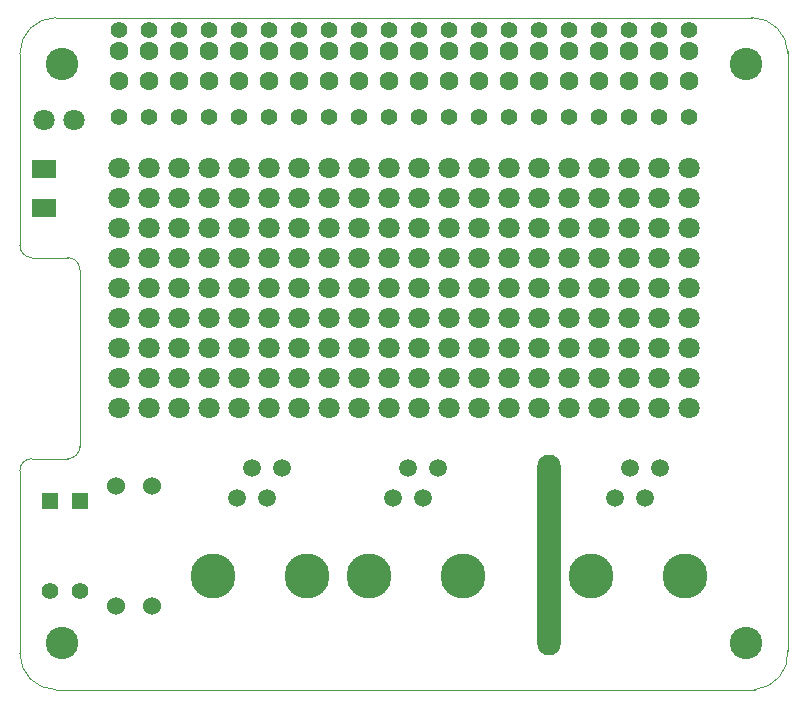
<source format=gts>
G04 (created by PCBNEW (2013-june-11)-stable) date Sun 20 Aug 2017 10:14:19 PM EDT*
%MOIN*%
G04 Gerber Fmt 3.4, Leading zero omitted, Abs format*
%FSLAX34Y34*%
G01*
G70*
G90*
G04 APERTURE LIST*
%ADD10C,0.00590551*%
%ADD11C,0.00393701*%
%ADD12C,0.0590551*%
%ADD13C,0.149606*%
%ADD14C,0.0708661*%
%ADD15R,0.056X0.056*%
%ADD16C,0.056*%
%ADD17C,0.06*%
%ADD18R,0.08X0.06*%
%ADD19C,0.0629921*%
%ADD20O,0.0787402X0.669291*%
%ADD21C,0.0551181*%
%ADD22C,0.108268*%
G04 APERTURE END LIST*
G54D10*
G54D11*
X63400Y-68400D02*
X86700Y-68400D01*
X86600Y-46000D02*
X63400Y-46000D01*
X87800Y-47200D02*
G75*
G03X86600Y-46000I-1200J0D01*
G74*
G01*
X62200Y-61100D02*
X62200Y-67200D01*
X62600Y-60700D02*
X63800Y-60700D01*
X64200Y-54400D02*
X64200Y-60300D01*
X62600Y-54000D02*
X63800Y-54000D01*
X62200Y-47200D02*
X62200Y-53600D01*
X63400Y-46000D02*
G75*
G03X62200Y-47200I0J-1200D01*
G74*
G01*
X87800Y-67100D02*
X87800Y-47100D01*
X64200Y-54400D02*
G75*
G03X63800Y-54000I-400J0D01*
G74*
G01*
X63800Y-60700D02*
G75*
G03X64200Y-60300I0J400D01*
G74*
G01*
X62600Y-60700D02*
G75*
G03X62200Y-61100I0J-400D01*
G74*
G01*
X62200Y-53600D02*
G75*
G03X62600Y-54000I400J0D01*
G74*
G01*
X62200Y-67200D02*
G75*
G03X63400Y-68400I1200J0D01*
G74*
G01*
X86700Y-68399D02*
G75*
G03X87799Y-67099I-100J1199D01*
G74*
G01*
G54D12*
X83550Y-61000D03*
X83050Y-62000D03*
X82550Y-61000D03*
X82050Y-62000D03*
G54D13*
X84374Y-64598D03*
X81225Y-64598D03*
G54D12*
X76150Y-61000D03*
X75650Y-62000D03*
X75150Y-61000D03*
X74650Y-62000D03*
G54D13*
X76974Y-64598D03*
X73825Y-64598D03*
G54D12*
X70950Y-61000D03*
X70450Y-62000D03*
X69950Y-61000D03*
X69450Y-62000D03*
G54D13*
X71774Y-64598D03*
X68625Y-64598D03*
G54D14*
X64000Y-49400D03*
X63000Y-49400D03*
G54D15*
X64200Y-62100D03*
G54D16*
X64200Y-65100D03*
G54D15*
X63200Y-62100D03*
G54D16*
X63200Y-65100D03*
G54D17*
X66600Y-61600D03*
X66600Y-65600D03*
X65400Y-61600D03*
X65400Y-65600D03*
G54D18*
X63000Y-51050D03*
X63000Y-52350D03*
G54D19*
X65500Y-48100D03*
X65500Y-47100D03*
X66500Y-48100D03*
X66500Y-47100D03*
X67500Y-48100D03*
X67500Y-47100D03*
X68500Y-48100D03*
X68500Y-47100D03*
X69500Y-48100D03*
X69500Y-47100D03*
X70500Y-48100D03*
X70500Y-47100D03*
X71500Y-48100D03*
X71500Y-47100D03*
X72500Y-48100D03*
X72500Y-47100D03*
X73500Y-48100D03*
X73500Y-47100D03*
X74500Y-48100D03*
X74500Y-47100D03*
X75500Y-48100D03*
X75500Y-47100D03*
X76500Y-48100D03*
X76500Y-47100D03*
X77500Y-48100D03*
X77500Y-47100D03*
X78500Y-48100D03*
X78500Y-47100D03*
X79500Y-48100D03*
X79500Y-47100D03*
X80500Y-48100D03*
X80500Y-47100D03*
X81500Y-48100D03*
X81500Y-47100D03*
X82500Y-48100D03*
X82500Y-47100D03*
X83500Y-48100D03*
X83500Y-47100D03*
X84500Y-48100D03*
X84500Y-47100D03*
G54D20*
X79850Y-63900D03*
G54D21*
X74500Y-46400D03*
X73500Y-46400D03*
X72500Y-46400D03*
X71500Y-46400D03*
X70500Y-46400D03*
X69500Y-46400D03*
X68500Y-46400D03*
X67500Y-46400D03*
X66500Y-46400D03*
X65500Y-46400D03*
X71500Y-49300D03*
X70500Y-49300D03*
X69500Y-49300D03*
X68500Y-49300D03*
X67500Y-49300D03*
X65500Y-49300D03*
X66500Y-49300D03*
X76500Y-49300D03*
X75500Y-49300D03*
X76500Y-46400D03*
X84500Y-49300D03*
X83500Y-49300D03*
X82500Y-49300D03*
X81500Y-49300D03*
X80500Y-49300D03*
X79500Y-49300D03*
X78500Y-49300D03*
X77500Y-49300D03*
X74500Y-49300D03*
X73500Y-49300D03*
X72500Y-49300D03*
X84500Y-46400D03*
X83500Y-46400D03*
X82500Y-46400D03*
X81500Y-46400D03*
X80500Y-46400D03*
X79500Y-46400D03*
X78500Y-46400D03*
X77500Y-46400D03*
X75500Y-46400D03*
G54D14*
X65500Y-51000D03*
X65500Y-52000D03*
X65500Y-53000D03*
X65500Y-54000D03*
X65500Y-55000D03*
X65500Y-56000D03*
X65500Y-57000D03*
X65500Y-58000D03*
X65500Y-59000D03*
X66500Y-51000D03*
X66500Y-52000D03*
X66500Y-53000D03*
X66500Y-54000D03*
X66500Y-55000D03*
X66500Y-56000D03*
X66500Y-57000D03*
X66500Y-58000D03*
X66500Y-59000D03*
X67500Y-51000D03*
X67500Y-52000D03*
X67500Y-53000D03*
X67500Y-54000D03*
X67500Y-55000D03*
X67500Y-56000D03*
X67500Y-57000D03*
X67500Y-58000D03*
X67500Y-59000D03*
X68500Y-51000D03*
X68500Y-52000D03*
X68500Y-53000D03*
X68500Y-54000D03*
X68500Y-55000D03*
X68500Y-56000D03*
X68500Y-57000D03*
X68500Y-58000D03*
X68500Y-59000D03*
X69500Y-51000D03*
X69500Y-52000D03*
X69500Y-53000D03*
X69500Y-54000D03*
X69500Y-55000D03*
X69500Y-56000D03*
X69500Y-57000D03*
X69500Y-58000D03*
X69500Y-59000D03*
X70500Y-51000D03*
X70500Y-52000D03*
X70500Y-53000D03*
X70500Y-54000D03*
X70500Y-55000D03*
X70500Y-56000D03*
X70500Y-57000D03*
X70500Y-58000D03*
X70500Y-59000D03*
X71500Y-51000D03*
X71500Y-52000D03*
X71500Y-53000D03*
X71500Y-54000D03*
X71500Y-55000D03*
X71500Y-56000D03*
X71500Y-57000D03*
X71500Y-58000D03*
X71500Y-59000D03*
X72500Y-51000D03*
X72500Y-52000D03*
X72500Y-53000D03*
X72500Y-54000D03*
X72500Y-55000D03*
X72500Y-56000D03*
X72500Y-57000D03*
X72500Y-58000D03*
X72500Y-59000D03*
X84500Y-51000D03*
X84500Y-52000D03*
X84500Y-53000D03*
X84500Y-54000D03*
X84500Y-55000D03*
X84500Y-56000D03*
X84500Y-57000D03*
X84500Y-58000D03*
X84500Y-59000D03*
X83500Y-51000D03*
X83500Y-52000D03*
X83500Y-53000D03*
X83500Y-54000D03*
X83500Y-55000D03*
X83500Y-56000D03*
X83500Y-57000D03*
X83500Y-58000D03*
X83500Y-59000D03*
X82500Y-51000D03*
X82500Y-52000D03*
X82500Y-53000D03*
X82500Y-54000D03*
X82500Y-55000D03*
X82500Y-56000D03*
X82500Y-57000D03*
X82500Y-58000D03*
X82500Y-59000D03*
X81500Y-51000D03*
X81500Y-52000D03*
X81500Y-53000D03*
X81500Y-54000D03*
X81500Y-55000D03*
X81500Y-56000D03*
X81500Y-57000D03*
X81500Y-58000D03*
X81500Y-59000D03*
X80500Y-51000D03*
X80500Y-52000D03*
X80500Y-53000D03*
X80500Y-54000D03*
X80500Y-55000D03*
X80500Y-56000D03*
X80500Y-57000D03*
X80500Y-58000D03*
X80500Y-59000D03*
X79500Y-51000D03*
X79500Y-52000D03*
X79500Y-53000D03*
X79500Y-54000D03*
X79500Y-55000D03*
X79500Y-56000D03*
X79500Y-57000D03*
X79500Y-58000D03*
X79500Y-59000D03*
X78500Y-51000D03*
X78500Y-52000D03*
X78500Y-53000D03*
X78500Y-54000D03*
X78500Y-55000D03*
X78500Y-56000D03*
X78500Y-57000D03*
X78500Y-58000D03*
X78500Y-59000D03*
X77500Y-51000D03*
X77500Y-52000D03*
X77500Y-53000D03*
X77500Y-54000D03*
X77500Y-55000D03*
X77500Y-56000D03*
X77500Y-57000D03*
X77500Y-58000D03*
X77500Y-59000D03*
X76500Y-51000D03*
X76500Y-52000D03*
X76500Y-53000D03*
X76500Y-54000D03*
X76500Y-55000D03*
X76500Y-56000D03*
X76500Y-57000D03*
X76500Y-58000D03*
X76500Y-59000D03*
X75500Y-51000D03*
X75500Y-52000D03*
X75500Y-53000D03*
X75500Y-54000D03*
X75500Y-55000D03*
X75500Y-56000D03*
X75500Y-57000D03*
X75500Y-58000D03*
X75500Y-59000D03*
X74500Y-51000D03*
X74500Y-52000D03*
X74500Y-53000D03*
X74500Y-54000D03*
X74500Y-55000D03*
X74500Y-56000D03*
X74500Y-57000D03*
X74500Y-58000D03*
X74500Y-59000D03*
X73500Y-51000D03*
X73500Y-52000D03*
X73500Y-53000D03*
X73500Y-54000D03*
X73500Y-55000D03*
X73500Y-56000D03*
X73500Y-57000D03*
X73500Y-58000D03*
X73500Y-59000D03*
G54D22*
X63600Y-66850D03*
X86400Y-66850D03*
X86400Y-47550D03*
X63600Y-47550D03*
M02*

</source>
